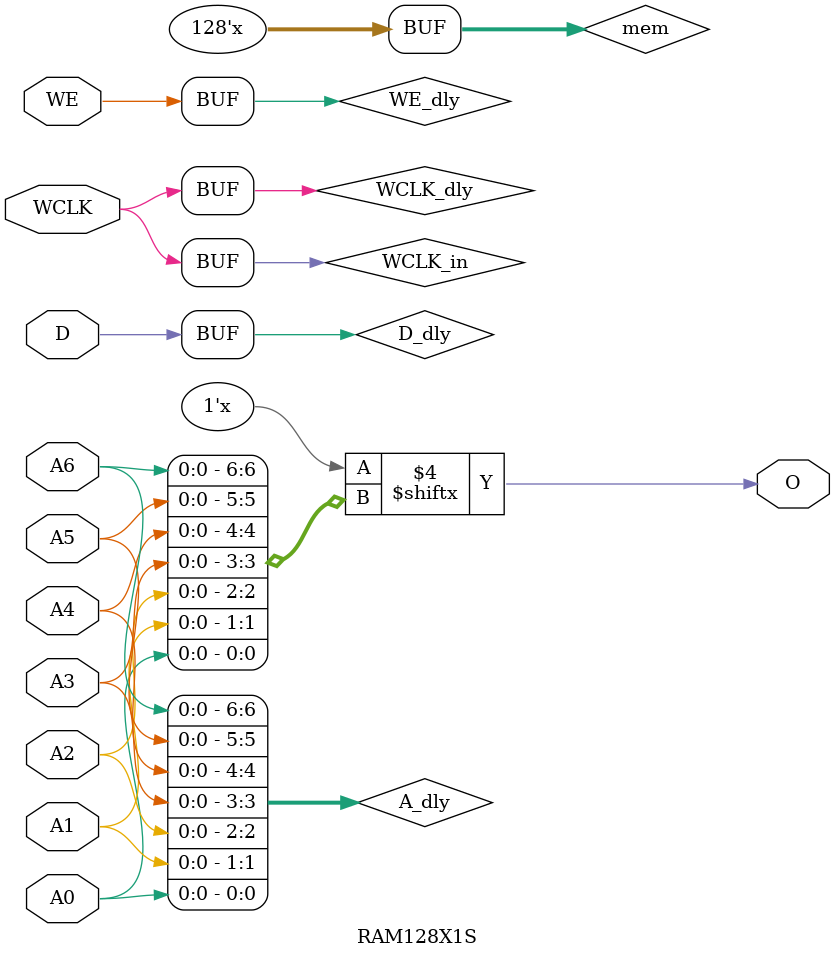
<source format=v>

`timescale  1 ps / 1 ps

`celldefine

module RAM128X1S #(
`ifdef XIL_TIMING
    parameter LOC = "UNPLACED",
`endif
    parameter [127:0] INIT = 128'h00000000000000000000000000000000,
    parameter [0:0] IS_WCLK_INVERTED = 1'b0
)(
    output O,
    input  A0,
    input  A1,
    input  A2,
    input  A3,
    input  A4,
    input  A5,
    input  A6,
    input  D,
    input  WCLK,
    input  WE
);

    reg  [127:0] mem;
    wire [6:0] A_dly;

    reg notifier;
    wire D_dly, WCLK_dly, WE_dly;
    wire WCLK_in;
    
    assign O = mem[A_dly];

    initial 
        mem = INIT;

    always @(posedge WCLK_in) 
        if (WE_dly == 1'b1)
            mem[A_dly] <= #100 D_dly;
    
    always @(notifier)
        mem[A_dly] <= 1'bx;
    
`ifndef XIL_TIMING
    assign A_dly[0] = A0;
    assign A_dly[1] = A1;
    assign A_dly[2] = A2;
    assign A_dly[3] = A3;
    assign A_dly[4] = A4;
    assign A_dly[5] = A5;
    assign A_dly[6] = A6;
    assign D_dly = D;
    assign WCLK_dly = WCLK;
    assign WE_dly = WE;
`endif

    assign WCLK_in = IS_WCLK_INVERTED ^ WCLK_dly;

`ifdef XIL_TIMING
    specify

    (WCLK => O) = (0:0:0, 0:0:0);
    (A0 => O) = (0:0:0, 0:0:0);
    (A1 => O) = (0:0:0, 0:0:0);
    (A2 => O) = (0:0:0, 0:0:0);
    (A3 => O) = (0:0:0, 0:0:0);
    (A4 => O) = (0:0:0, 0:0:0);
    (A5 => O) = (0:0:0, 0:0:0);
    (A6 => O) = (0:0:0, 0:0:0);

    $setuphold (posedge WCLK, posedge D &&& WE, 0:0:0, 0:0:0, notifier,,,WCLK_dly,D_dly);
    $setuphold (posedge WCLK, negedge D &&& WE, 0:0:0, 0:0:0, notifier,,,WCLK_dly,D_dly);
    $setuphold (posedge WCLK, posedge A0 &&& WE, 0:0:0, 0:0:0, notifier,,,WCLK_dly,A_dly[0]);
    $setuphold (posedge WCLK, negedge A0 &&& WE, 0:0:0, 0:0:0, notifier,,,WCLK_dly,A_dly[0]);
    $setuphold (posedge WCLK, posedge A1 &&& WE, 0:0:0, 0:0:0, notifier,,,WCLK_dly,A_dly[1]);
    $setuphold (posedge WCLK, negedge A1 &&& WE, 0:0:0, 0:0:0, notifier,,,WCLK_dly,A_dly[1]);
    $setuphold (posedge WCLK, posedge A2 &&& WE, 0:0:0, 0:0:0, notifier,,,WCLK_dly,A_dly[2]);
    $setuphold (posedge WCLK, negedge A2 &&& WE, 0:0:0, 0:0:0, notifier,,,WCLK_dly,A_dly[2]);
    $setuphold (posedge WCLK, posedge A3 &&& WE, 0:0:0, 0:0:0, notifier,,,WCLK_dly,A_dly[3]);
    $setuphold (posedge WCLK, negedge A3 &&& WE, 0:0:0, 0:0:0, notifier,,,WCLK_dly,A_dly[3]);
    $setuphold (posedge WCLK, posedge A4 &&& WE, 0:0:0, 0:0:0, notifier,,,WCLK_dly,A_dly[4]);
    $setuphold (posedge WCLK, negedge A4 &&& WE, 0:0:0, 0:0:0, notifier,,,WCLK_dly,A_dly[4]);
    $setuphold (posedge WCLK, posedge A5 &&& WE, 0:0:0, 0:0:0, notifier,,,WCLK_dly,A_dly[5]);
    $setuphold (posedge WCLK, negedge A5 &&& WE, 0:0:0, 0:0:0, notifier,,,WCLK_dly,A_dly[5]);
    $setuphold (posedge WCLK, posedge A6 &&& WE, 0:0:0, 0:0:0, notifier,,,WCLK_dly,A_dly[6]);
    $setuphold (posedge WCLK, negedge A6 &&& WE, 0:0:0, 0:0:0, notifier,,,WCLK_dly,A_dly[6]);
    $setuphold (posedge WCLK, posedge WE, 0:0:0, 0:0:0, notifier,,,WCLK_dly,WE_dly);
    $setuphold (posedge WCLK, negedge WE, 0:0:0, 0:0:0, notifier,,,WCLK_dly,WE_dly);
    $period (posedge WCLK &&& WE, 0:0:0, notifier);

    $setuphold (negedge WCLK, posedge D &&& WE, 0:0:0, 0:0:0, notifier,,,WCLK_dly,D_dly);
    $setuphold (negedge WCLK, negedge D &&& WE, 0:0:0, 0:0:0, notifier,,,WCLK_dly,D_dly);
    $setuphold (negedge WCLK, posedge A0 &&& WE, 0:0:0, 0:0:0, notifier,,,WCLK_dly,A_dly[0]);
    $setuphold (negedge WCLK, negedge A0 &&& WE, 0:0:0, 0:0:0, notifier,,,WCLK_dly,A_dly[0]);
    $setuphold (negedge WCLK, posedge A1 &&& WE, 0:0:0, 0:0:0, notifier,,,WCLK_dly,A_dly[1]);
    $setuphold (negedge WCLK, negedge A1 &&& WE, 0:0:0, 0:0:0, notifier,,,WCLK_dly,A_dly[1]);
    $setuphold (negedge WCLK, posedge A2 &&& WE, 0:0:0, 0:0:0, notifier,,,WCLK_dly,A_dly[2]);
    $setuphold (negedge WCLK, negedge A2 &&& WE, 0:0:0, 0:0:0, notifier,,,WCLK_dly,A_dly[2]);
    $setuphold (negedge WCLK, posedge A3 &&& WE, 0:0:0, 0:0:0, notifier,,,WCLK_dly,A_dly[3]);
    $setuphold (negedge WCLK, negedge A3 &&& WE, 0:0:0, 0:0:0, notifier,,,WCLK_dly,A_dly[3]);
    $setuphold (negedge WCLK, posedge A4 &&& WE, 0:0:0, 0:0:0, notifier,,,WCLK_dly,A_dly[4]);
    $setuphold (negedge WCLK, negedge A4 &&& WE, 0:0:0, 0:0:0, notifier,,,WCLK_dly,A_dly[4]);
    $setuphold (negedge WCLK, posedge A5 &&& WE, 0:0:0, 0:0:0, notifier,,,WCLK_dly,A_dly[5]);
    $setuphold (negedge WCLK, negedge A5 &&& WE, 0:0:0, 0:0:0, notifier,,,WCLK_dly,A_dly[5]);
    $setuphold (negedge WCLK, posedge A6 &&& WE, 0:0:0, 0:0:0, notifier,,,WCLK_dly,A_dly[6]);
    $setuphold (negedge WCLK, negedge A6 &&& WE, 0:0:0, 0:0:0, notifier,,,WCLK_dly,A_dly[6]);
    $setuphold (negedge WCLK, posedge WE, 0:0:0, 0:0:0, notifier,,,WCLK_dly,WE_dly);
    $setuphold (negedge WCLK, negedge WE, 0:0:0, 0:0:0, notifier,,,WCLK_dly,WE_dly);
    $period (negedge WCLK &&& WE, 0:0:0, notifier);

    specparam PATHPULSE$ = 0;

  endspecify
`endif
    
endmodule

`endcelldefine


</source>
